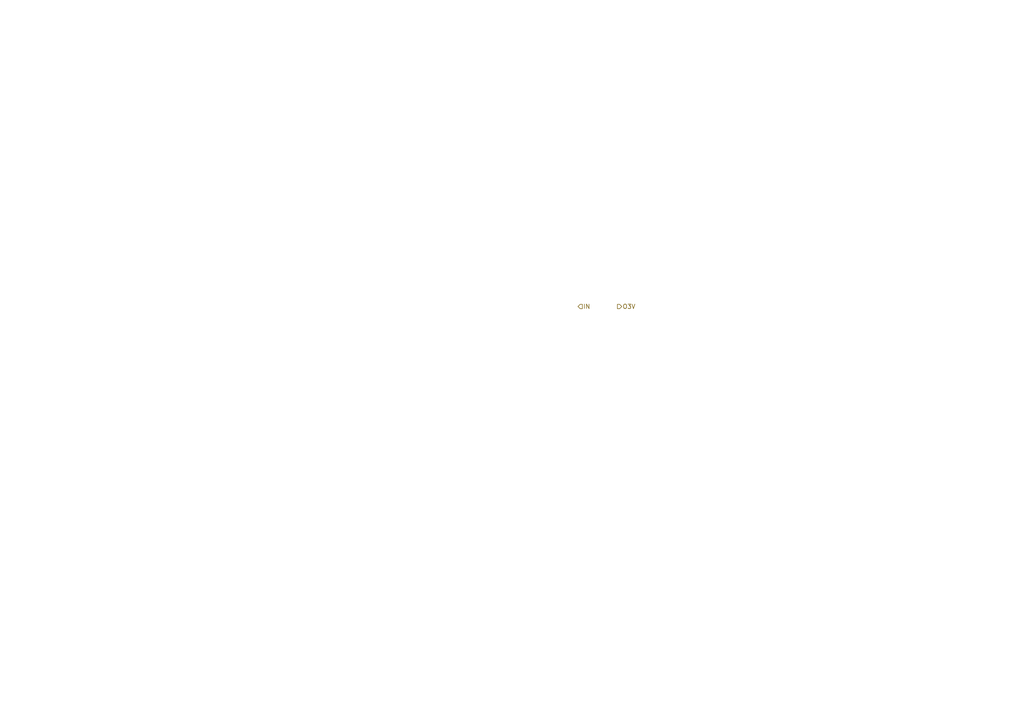
<source format=kicad_sch>
(kicad_sch
	(version 20250114)
	(generator "eeschema")
	(generator_version "9.0")
	(uuid "cbe956df-f96b-4ca1-90be-02382f69b613")
	(paper "A4")
	(lib_symbols)
	(hierarchical_label "O3V"
		(shape output)
		(at 179.07 88.9 0)
		(effects
			(font
				(size 1.27 1.27)
			)
			(justify left)
		)
		(uuid "47887283-8556-416e-86b7-cd49febd4a73")
	)
	(hierarchical_label "IN"
		(shape input)
		(at 167.64 88.9 0)
		(effects
			(font
				(size 1.27 1.27)
			)
			(justify left)
		)
		(uuid "8c9a4544-d6e5-467c-abf9-3c8856788f45")
	)
)

</source>
